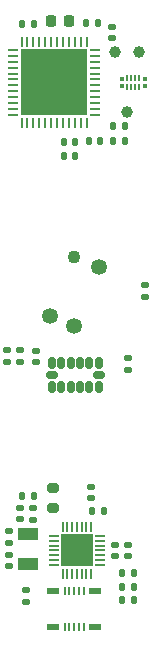
<source format=gbr>
%TF.GenerationSoftware,KiCad,Pcbnew,9.0.0*%
%TF.CreationDate,2025-03-13T15:41:24-04:00*%
%TF.ProjectId,IngestibleCapsule-Board,496e6765-7374-4696-926c-654361707375,rev?*%
%TF.SameCoordinates,Original*%
%TF.FileFunction,Soldermask,Top*%
%TF.FilePolarity,Negative*%
%FSLAX46Y46*%
G04 Gerber Fmt 4.6, Leading zero omitted, Abs format (unit mm)*
G04 Created by KiCad (PCBNEW 9.0.0) date 2025-03-13 15:41:24*
%MOMM*%
%LPD*%
G01*
G04 APERTURE LIST*
G04 Aperture macros list*
%AMRoundRect*
0 Rectangle with rounded corners*
0 $1 Rounding radius*
0 $2 $3 $4 $5 $6 $7 $8 $9 X,Y pos of 4 corners*
0 Add a 4 corners polygon primitive as box body*
4,1,4,$2,$3,$4,$5,$6,$7,$8,$9,$2,$3,0*
0 Add four circle primitives for the rounded corners*
1,1,$1+$1,$2,$3*
1,1,$1+$1,$4,$5*
1,1,$1+$1,$6,$7*
1,1,$1+$1,$8,$9*
0 Add four rect primitives between the rounded corners*
20,1,$1+$1,$2,$3,$4,$5,0*
20,1,$1+$1,$4,$5,$6,$7,0*
20,1,$1+$1,$6,$7,$8,$9,0*
20,1,$1+$1,$8,$9,$2,$3,0*%
G04 Aperture macros list end*
%ADD10RoundRect,0.140000X-0.170000X0.140000X-0.170000X-0.140000X0.170000X-0.140000X0.170000X0.140000X0*%
%ADD11RoundRect,0.140000X0.170000X-0.140000X0.170000X0.140000X-0.170000X0.140000X-0.170000X-0.140000X0*%
%ADD12RoundRect,0.135000X0.135000X0.185000X-0.135000X0.185000X-0.135000X-0.185000X0.135000X-0.185000X0*%
%ADD13RoundRect,0.140000X-0.140000X-0.170000X0.140000X-0.170000X0.140000X0.170000X-0.140000X0.170000X0*%
%ADD14C,1.350000*%
%ADD15C,1.100000*%
%ADD16RoundRect,0.135000X-0.185000X0.135000X-0.185000X-0.135000X0.185000X-0.135000X0.185000X0.135000X0*%
%ADD17R,0.220000X0.700000*%
%ADD18R,1.000000X0.500000*%
%ADD19RoundRect,0.225000X-0.225000X-0.250000X0.225000X-0.250000X0.225000X0.250000X-0.225000X0.250000X0*%
%ADD20RoundRect,0.140000X0.140000X0.170000X-0.140000X0.170000X-0.140000X-0.170000X0.140000X-0.170000X0*%
%ADD21RoundRect,0.050000X-0.362500X-0.050000X0.362500X-0.050000X0.362500X0.050000X-0.362500X0.050000X0*%
%ADD22RoundRect,0.050000X-0.050000X-0.362500X0.050000X-0.362500X0.050000X0.362500X-0.050000X0.362500X0*%
%ADD23R,2.700000X2.700000*%
%ADD24RoundRect,0.200000X0.275000X-0.200000X0.275000X0.200000X-0.275000X0.200000X-0.275000X-0.200000X0*%
%ADD25RoundRect,0.135000X0.185000X-0.135000X0.185000X0.135000X-0.185000X0.135000X-0.185000X-0.135000X0*%
%ADD26RoundRect,0.135000X-0.135000X-0.185000X0.135000X-0.185000X0.135000X0.185000X-0.135000X0.185000X0*%
%ADD27R,0.380000X0.300000*%
%ADD28R,0.200000X0.520000*%
%ADD29RoundRect,0.062500X-0.375000X-0.062500X0.375000X-0.062500X0.375000X0.062500X-0.375000X0.062500X0*%
%ADD30RoundRect,0.062500X-0.062500X-0.375000X0.062500X-0.375000X0.062500X0.375000X-0.062500X0.375000X0*%
%ADD31R,5.600000X5.600000*%
%ADD32R,1.800000X1.000000*%
%ADD33RoundRect,0.150000X-0.150000X0.325000X-0.150000X-0.325000X0.150000X-0.325000X0.150000X0.325000X0*%
%ADD34RoundRect,0.150000X-0.325000X0.150000X-0.325000X-0.150000X0.325000X-0.150000X0.325000X0.150000X0*%
%ADD35RoundRect,0.147500X-0.147500X-0.172500X0.147500X-0.172500X0.147500X0.172500X-0.147500X0.172500X0*%
%ADD36C,0.990600*%
G04 APERTURE END LIST*
D10*
%TO.C,C19*%
X104550000Y-114145000D03*
X104550000Y-115105000D03*
%TD*%
%TO.C,C18*%
X103500000Y-114140000D03*
X103500000Y-115100000D03*
%TD*%
D11*
%TO.C,C13*%
X106000000Y-93130000D03*
X106000000Y-92170000D03*
%TD*%
D12*
%TO.C,R10*%
X105090000Y-117700000D03*
X104070000Y-117700000D03*
%TD*%
D13*
%TO.C,C5*%
X95620000Y-70100000D03*
X96580000Y-70100000D03*
%TD*%
%TO.C,C9*%
X99140000Y-81200000D03*
X100100000Y-81200000D03*
%TD*%
D14*
%TO.C,U2*%
X100000000Y-95600000D03*
X102065000Y-90615000D03*
D15*
X100000000Y-89760000D03*
D14*
X97935000Y-94745000D03*
%TD*%
D11*
%TO.C,C20*%
X101425000Y-110205000D03*
X101425000Y-109245000D03*
%TD*%
D16*
%TO.C,R5*%
X104550000Y-98330000D03*
X104550000Y-99350000D03*
%TD*%
D13*
%TO.C,C17*%
X104090000Y-118800000D03*
X105050000Y-118800000D03*
%TD*%
D11*
%TO.C,C23*%
X95400000Y-112010000D03*
X95400000Y-111050000D03*
%TD*%
D17*
%TO.C,J4*%
X100800001Y-118050001D03*
X100399999Y-118050001D03*
X100000000Y-118050001D03*
X99600001Y-118050001D03*
X99199999Y-118050001D03*
X100800001Y-121149999D03*
X100399999Y-121149999D03*
X100000000Y-121149999D03*
X99600001Y-121149999D03*
X99199999Y-121149999D03*
D18*
X101749996Y-118100000D03*
X98250004Y-118100000D03*
X101749996Y-121100000D03*
X98250004Y-121100000D03*
%TD*%
D11*
%TO.C,C12*%
X96750000Y-98680000D03*
X96750000Y-97720000D03*
%TD*%
D19*
%TO.C,C10*%
X98000000Y-69800000D03*
X99550000Y-69800000D03*
%TD*%
D20*
%TO.C,C22*%
X96580000Y-110000000D03*
X95620000Y-110000000D03*
%TD*%
D21*
%TO.C,U5*%
X98262500Y-113425000D03*
X98262500Y-113825000D03*
X98262500Y-114225000D03*
X98262500Y-114625000D03*
X98262500Y-115025000D03*
X98262500Y-115425000D03*
X98262500Y-115825000D03*
D22*
X99025000Y-116587500D03*
X99425000Y-116587500D03*
X99825000Y-116587500D03*
X100225000Y-116587500D03*
X100625000Y-116587500D03*
X101025000Y-116587500D03*
X101425000Y-116587500D03*
D21*
X102187500Y-115825000D03*
X102187500Y-115425000D03*
X102187500Y-115025000D03*
X102187500Y-114625000D03*
X102187500Y-114225000D03*
X102187500Y-113825000D03*
X102187500Y-113425000D03*
D22*
X101425000Y-112662500D03*
X101025000Y-112662500D03*
X100625000Y-112662500D03*
X100225000Y-112662500D03*
X99825000Y-112662500D03*
X99425000Y-112662500D03*
X99025000Y-112662500D03*
D23*
X100225000Y-114625000D03*
%TD*%
D13*
%TO.C,C8*%
X99140000Y-80075000D03*
X100100000Y-80075000D03*
%TD*%
%TO.C,C21*%
X104070000Y-116550000D03*
X105030000Y-116550000D03*
%TD*%
%TO.C,C11*%
X103320000Y-78700000D03*
X104280000Y-78700000D03*
%TD*%
D11*
%TO.C,C15*%
X94500000Y-115980000D03*
X94500000Y-115020000D03*
%TD*%
D24*
%TO.C,R11*%
X98200000Y-111025000D03*
X98200000Y-109375000D03*
%TD*%
D16*
%TO.C,R7*%
X95450000Y-97680000D03*
X95450000Y-98700000D03*
%TD*%
D11*
%TO.C,C6*%
X103200000Y-71280000D03*
X103200000Y-70320000D03*
%TD*%
D13*
%TO.C,C7*%
X101260000Y-80000000D03*
X102220000Y-80000000D03*
%TD*%
D25*
%TO.C,R6*%
X94350000Y-98710000D03*
X94350000Y-97690000D03*
%TD*%
%TO.C,R9*%
X95950000Y-119010000D03*
X95950000Y-117990000D03*
%TD*%
D26*
%TO.C,R3*%
X103300000Y-80000000D03*
X104320000Y-80000000D03*
%TD*%
D27*
%TO.C,J2*%
X104035000Y-74720000D03*
X104035000Y-75280000D03*
X105965000Y-74720000D03*
X105965000Y-75280000D03*
D28*
X104475000Y-74610000D03*
X104475000Y-75390000D03*
X104825000Y-74610000D03*
X104825000Y-75390000D03*
X105175000Y-74610000D03*
X105175000Y-75390000D03*
X105525000Y-74610000D03*
X105525000Y-75390000D03*
%TD*%
D25*
%TO.C,R12*%
X96550000Y-112070000D03*
X96550000Y-111050000D03*
%TD*%
D29*
%TO.C,U1*%
X94862500Y-72250000D03*
X94862500Y-72750000D03*
X94862500Y-73250000D03*
X94862500Y-73750000D03*
X94862500Y-74250000D03*
X94862500Y-74750000D03*
X94862500Y-75250000D03*
X94862500Y-75750000D03*
X94862500Y-76250000D03*
X94862500Y-76750000D03*
X94862500Y-77250000D03*
X94862500Y-77750000D03*
D30*
X95550000Y-78437500D03*
X96050000Y-78437500D03*
X96550000Y-78437500D03*
X97050000Y-78437500D03*
X97550000Y-78437500D03*
X98050000Y-78437500D03*
X98550000Y-78437500D03*
X99050000Y-78437500D03*
X99550000Y-78437500D03*
X100050000Y-78437500D03*
X100550000Y-78437500D03*
X101050000Y-78437500D03*
D29*
X101737500Y-77750000D03*
X101737500Y-77250000D03*
X101737500Y-76750000D03*
X101737500Y-76250000D03*
X101737500Y-75750000D03*
X101737500Y-75250000D03*
X101737500Y-74750000D03*
X101737500Y-74250000D03*
X101737500Y-73750000D03*
X101737500Y-73250000D03*
X101737500Y-72750000D03*
X101737500Y-72250000D03*
D30*
X101050000Y-71562500D03*
X100550000Y-71562500D03*
X100050000Y-71562500D03*
X99550000Y-71562500D03*
X99050000Y-71562500D03*
X98550000Y-71562500D03*
X98050000Y-71562500D03*
X97550000Y-71562500D03*
X97050000Y-71562500D03*
X96550000Y-71562500D03*
X96050000Y-71562500D03*
X95550000Y-71562500D03*
D31*
X98300000Y-75000000D03*
%TD*%
D10*
%TO.C,C16*%
X94500000Y-113020000D03*
X94500000Y-113980000D03*
%TD*%
D32*
%TO.C,Y3*%
X96100000Y-115750000D03*
X96100000Y-113250000D03*
%TD*%
D33*
%TO.C,U3*%
X102100000Y-98750000D03*
X101300000Y-98750000D03*
X100500000Y-98750000D03*
X99700000Y-98750000D03*
X98900000Y-98750000D03*
X98100000Y-98750000D03*
D34*
X98100000Y-99750000D03*
D33*
X98100000Y-100750000D03*
X98900000Y-100750000D03*
X99700000Y-100750000D03*
X100500000Y-100750000D03*
X101300000Y-100750000D03*
X102100000Y-100750000D03*
D34*
X102100000Y-99750000D03*
%TD*%
D26*
%TO.C,R2*%
X100980000Y-70000000D03*
X102000000Y-70000000D03*
%TD*%
D35*
%TO.C,L1*%
X101530000Y-111250000D03*
X102500000Y-111250000D03*
%TD*%
D36*
%TO.C,J1*%
X104465000Y-77510000D03*
X103449000Y-72430000D03*
X105481000Y-72430000D03*
%TD*%
M02*

</source>
